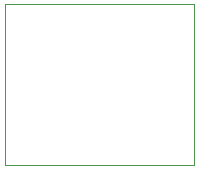
<source format=gbr>
%TF.GenerationSoftware,KiCad,Pcbnew,(6.0.2-0)*%
%TF.CreationDate,2022-08-03T15:23:42+02:00*%
%TF.ProjectId,Amon_led_board,416d6f6e-5f6c-4656-945f-626f6172642e,2*%
%TF.SameCoordinates,Original*%
%TF.FileFunction,Profile,NP*%
%FSLAX46Y46*%
G04 Gerber Fmt 4.6, Leading zero omitted, Abs format (unit mm)*
G04 Created by KiCad (PCBNEW (6.0.2-0)) date 2022-08-03 15:23:42*
%MOMM*%
%LPD*%
G01*
G04 APERTURE LIST*
%TA.AperFunction,Profile*%
%ADD10C,0.100000*%
%TD*%
G04 APERTURE END LIST*
D10*
X137000000Y-87376000D02*
X153000000Y-87376000D01*
X153000000Y-87376000D02*
X153000000Y-101000000D01*
X137000000Y-101000000D02*
X137000000Y-87376000D01*
X153000000Y-101000000D02*
X137000000Y-101000000D01*
M02*

</source>
